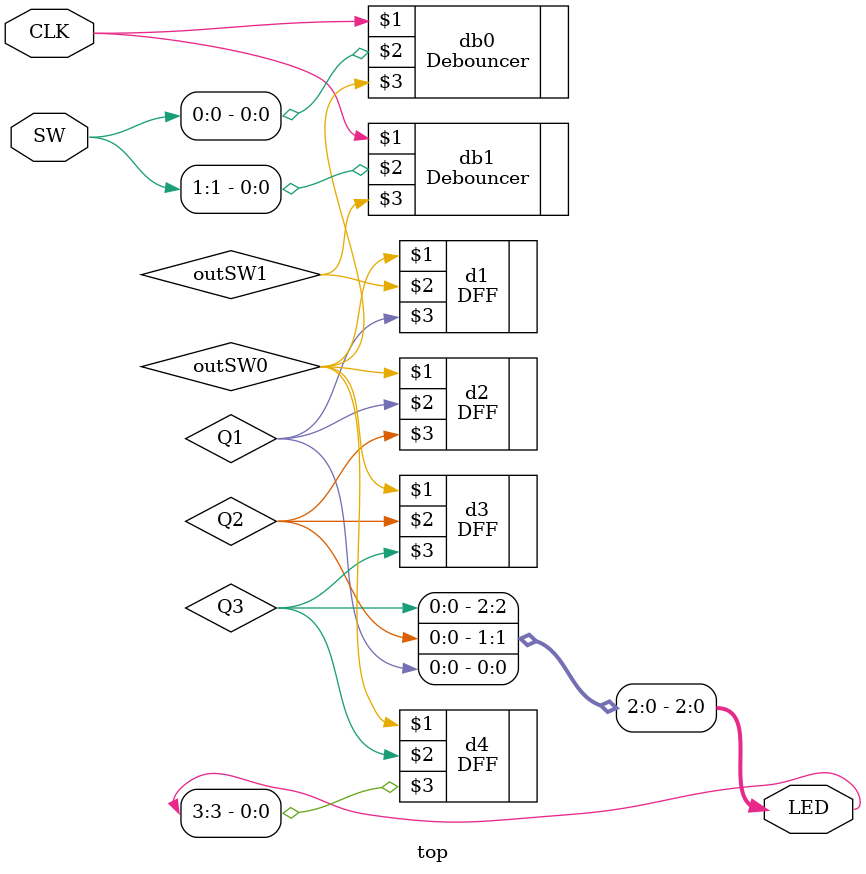
<source format=v>
`ifndef __SHIFTREGISTER__V__
`define __SHIFTREGISTER__V__

`include "../Debouncer/Debouncer.v"
`include "../D-FlipFlop/DFF.v"

module top (
	input CLK,
	input [3:0] SW,
	output [3:0] LED
	);

wire Q1, Q2, Q3;
reg outSW1, outSW3;

Debouncer db0 (CLK, SW[0], outSW0);
Debouncer db1 (CLK, SW[1], outSW1);

DFF d1(outSW0, outSW1, Q1);
DFF d2(outSW0, Q1, Q2);
DFF d3(outSW0, Q2, Q3);
DFF d4(outSW0, Q3, LED[3]);

assign LED[0]= Q1;
assign LED[1]= Q2;
assign LED[2]= Q3;
endmodule


`endif
</source>
